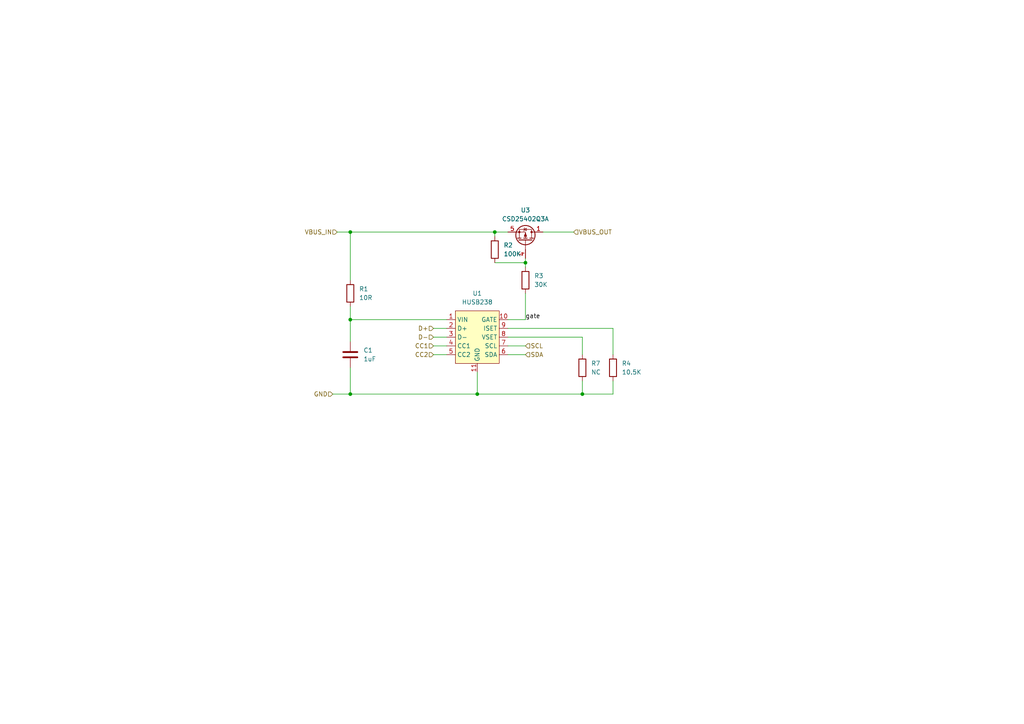
<source format=kicad_sch>
(kicad_sch (version 20231120) (generator "eeschema") (generator_version "8.0")
  (paper "A4")
  (lib_symbols
    (symbol "Device:C" (pin_numbers hide) (pin_names (offset 0.254))
      (property "Reference" "C" (at 0.635 2.54 0))
      (property "Value" "C" (at 0.635 -2.54 0))
      (symbol "C_0_1"
        (polyline (pts (xy -2.032 -0.762) (xy 2.032 -0.762)) (stroke (width 0.508)))
        (polyline (pts (xy -2.032 0.762) (xy 2.032 0.762)) (stroke (width 0.508)))
      )
      (symbol "C_1_1"
        (pin passive line (at 0 3.81 270) (length 2.794) (name "~") (number "1"))
        (pin passive line (at 0 -3.81 90) (length 2.794) (name "~") (number "2"))
      )
    )
    (symbol "Device:R" (pin_numbers hide) (pin_names (offset 0))
      (property "Reference" "R" (at 2.032 0 90))
      (property "Value" "R" (at 0 0 90))
      (symbol "R_0_1"
        (rectangle (start -1.016 -2.54) (end 1.016 2.54) (stroke (width 0.254)))
      )
      (symbol "R_1_1"
        (pin passive line (at 0 3.81 270) (length 1.27) (name "~") (number "1"))
        (pin passive line (at 0 -3.81 90) (length 1.27) (name "~") (number "2"))
      )
    )
    (symbol "Transistor_FET:CSD25402Q3A" (pin_names hide)
      (property "Reference" "U" (at 5.715 1.905 0))
      (property "Value" "CSD25402Q3A" (at 11.811 -0.127 0))
      (symbol "CSD25402Q3A_0_1"
        (polyline (pts (xy 0.254 0) (xy -2.54 0)))
        (polyline (pts (xy 0.254 1.905) (xy 0.254 -1.905)) (stroke (width 0.254)))
        (polyline (pts (xy 0.762 -1.27) (xy 0.762 -2.286)) (stroke (width 0.254)))
        (polyline (pts (xy 0.762 0.508) (xy 0.762 -0.508)) (stroke (width 0.254)))
        (polyline (pts (xy 0.762 2.286) (xy 0.762 1.27)) (stroke (width 0.254)))
        (polyline (pts (xy 2.54 2.54) (xy 2.54 1.778)))
        (polyline (pts (xy 2.54 -2.54) (xy 2.54 0) (xy 0.762 0)))
        (polyline (pts (xy 0.762 1.778) (xy 3.302 1.778) (xy 3.302 -1.778) (xy 0.762 -1.778)))
        (polyline (pts (xy 2.286 0) (xy 1.27 0.381) (xy 1.27 -0.381) (xy 2.286 0)) (fill (type outline)))
        (polyline (pts (xy 2.794 -0.508) (xy 2.921 -0.381) (xy 3.683 -0.381) (xy 3.81 -0.254)))
        (polyline (pts (xy 3.302 -0.381) (xy 2.921 0.254) (xy 3.683 0.254) (xy 3.302 -0.381)))
        (circle (center 1.651 0) (radius 2.794) (stroke (width 0.254)))
        (circle (center 2.54 -1.778) (radius 0.254) (fill (type outline)))
        (circle (center 2.54 1.778) (radius 0.254) (fill (type outline)))
      )
      (symbol "CSD25402Q3A_1_1"
        (pin passive line (at 2.54 5.08 270) (length 2.54) (name "D") (number "1"))
        (pin passive line (at 2.54 5.08 270) (length 2.54) hide (name "D") (number "2"))
        (pin passive line (at 2.54 5.08 270) (length 2.54) hide (name "D") (number "3"))
        (pin input line (at -5.08 0 0) (length 2.54) (name "G") (number "4"))
        (pin passive line (at 2.54 -5.08 90) (length 2.54) (name "S") (number "5"))
      )
    )
    (symbol "my_chips:husb238"
      (property "Reference" "U" (at 0 0 0))
      (property "Value" "HUSB238" (at 0 0 0))
      (symbol "husb238_1_1"
        (rectangle (start -6.35 7.62) (end 6.35 -7.62) (fill (type background)))
        (pin input line (at -8.89 5.08 0) (length 2.54) (name "VIN") (number "1"))
        (pin input line (at 8.89 5.08 180) (length 2.54) (name "GATE") (number "10"))
        (pin input line (at 0 -10.16 90) (length 2.54) (name "GND") (number "11"))
        (pin input line (at -8.89 2.54 0) (length 2.54) (name "D+") (number "2"))
        (pin input line (at -8.89 0 0) (length 2.54) (name "D-") (number "3"))
        (pin input line (at -8.89 -2.54 0) (length 2.54) (name "CC1") (number "4"))
        (pin input line (at -8.89 -5.08 0) (length 2.54) (name "CC2") (number "5"))
        (pin input line (at 8.89 -5.08 180) (length 2.54) (name "SDA") (number "6"))
        (pin input line (at 8.89 -2.54 180) (length 2.54) (name "SCL") (number "7"))
        (pin input line (at 8.89 0 180) (length 2.54) (name "VSET") (number "8"))
        (pin input line (at 8.89 2.54 180) (length 2.54) (name "ISET") (number "9"))
      )
    )
  )
  (junction (at 101.6 67.31))
  (junction (at 152.4 76.2))
  (junction (at 101.6 92.71))
  (junction (at 101.6 114.3))
  (junction (at 143.51 67.31))
  (junction (at 138.43 114.3))
  (junction (at 168.91 114.3))
  (wire (pts (xy 147.32 100.33) (xy 152.4 100.33)))
  (wire (pts (xy 147.32 95.25) (xy 177.8 95.25)))
  (wire (pts (xy 143.51 67.31) (xy 147.32 67.31)))
  (wire (pts (xy 177.8 110.49) (xy 177.8 114.3)))
  (wire (pts (xy 143.51 68.58) (xy 143.51 67.31)))
  (wire (pts (xy 101.6 92.71) (xy 101.6 88.9)))
  (wire (pts (xy 101.6 81.28) (xy 101.6 67.31)))
  (wire (pts (xy 138.43 114.3) (xy 101.6 114.3)))
  (wire (pts (xy 101.6 67.31) (xy 97.79 67.31)))
  (wire (pts (xy 157.48 67.31) (xy 166.37 67.31)))
  (wire (pts (xy 101.6 114.3) (xy 96.52 114.3)))
  (wire (pts (xy 152.4 74.93) (xy 152.4 76.2)))
  (wire (pts (xy 125.73 95.25) (xy 129.54 95.25)))
  (wire (pts (xy 168.91 97.79) (xy 147.32 97.79)))
  (wire (pts (xy 168.91 110.49) (xy 168.91 114.3)))
  (wire (pts (xy 147.32 102.87) (xy 152.4 102.87)))
  (wire (pts (xy 152.4 76.2) (xy 152.4 77.47)))
  (wire (pts (xy 125.73 97.79) (xy 129.54 97.79)))
  (wire (pts (xy 152.4 92.71) (xy 147.32 92.71)))
  (wire (pts (xy 152.4 85.09) (xy 152.4 92.71)))
  (wire (pts (xy 101.6 92.71) (xy 101.6 99.06)))
  (wire (pts (xy 101.6 106.68) (xy 101.6 114.3)))
  (wire (pts (xy 143.51 76.2) (xy 152.4 76.2)))
  (wire (pts (xy 125.73 100.33) (xy 129.54 100.33)))
  (wire (pts (xy 168.91 114.3) (xy 138.43 114.3)))
  (wire (pts (xy 138.43 107.95) (xy 138.43 114.3)))
  (wire (pts (xy 125.73 102.87) (xy 129.54 102.87)))
  (wire (pts (xy 129.54 92.71) (xy 101.6 92.71)))
  (wire (pts (xy 168.91 102.87) (xy 168.91 97.79)))
  (wire (pts (xy 177.8 114.3) (xy 168.91 114.3)))
  (wire (pts (xy 177.8 95.25) (xy 177.8 102.87)))
  (wire (pts (xy 101.6 67.31) (xy 143.51 67.31)))
  (label "gate" (at 152.4 92.71 0))
  (hierarchical_label "D-" (shape input) (at 125.73 97.79 180))
  (hierarchical_label "VBUS_IN" (shape input) (at 97.79 67.31 180))
  (hierarchical_label "VBUS_OUT" (shape input) (at 166.37 67.31 0))
  (hierarchical_label "GND" (shape input) (at 96.52 114.3 180))
  (hierarchical_label "SCL" (shape input) (at 152.4 100.33 0))
  (hierarchical_label "CC2" (shape input) (at 125.73 102.87 180))
  (hierarchical_label "D+" (shape input) (at 125.73 95.25 180))
  (hierarchical_label "SDA" (shape input) (at 152.4 102.87 0))
  (hierarchical_label "CC1" (shape input) (at 125.73 100.33 180))
  (symbol (lib_id "Device:C") (at 101.6 102.87 0) (unit 1)
    (property "Reference" "C1" (at 105.41 101.5999 0) (effects (justify left)))
    (property "Value" "1uF" (at 105.41 104.1399 0) (effects (justify left)))
    (property "Footprint" "Capacitor_SMD:C_0402_1005Metric" (effects (hide yes)))
    (property "Description" "Unpolarized capacitor" (effects (hide yes)))
  )
  (symbol (lib_id "Transistor_FET:CSD25402Q3A") (at 152.4 69.85 270) (mirror x) (unit 1)
    (property "Reference" "U3" (at 152.4 60.96 90))
    (property "Value" "CSD25402Q3A" (at 152.4 63.5 90))
    (property "Footprint" "Package_SON:VSON-8_3.3x3.3mm_P0.65mm_NexFET" (effects (hide yes)))
    (property "Datasheet" "https://www.ti.com/lit/ds/symlink/csd25402q3a.pdf" (effects (hide yes)))
    (property "Description" "-76A Id, -20V Vds, NexFET P-Channel Power MOSFET, 7.7mOhm Ron, Qg (typ) 7.5 nC, VSON-8 3.3x3.3mm" (effects (hide yes)))
  )
  (symbol (lib_id "Device:R") (at 143.51 72.39 0) (unit 1)
    (property "Reference" "R2" (at 146.05 71.1199 0) (effects (justify left)))
    (property "Value" "100K" (at 146.05 73.6599 0) (effects (justify left)))
    (property "Footprint" "Resistor_SMD:R_0603_1608Metric" (effects (hide yes)))
    (property "Description" "Resistor" (effects (hide yes)))
  )
  (symbol (lib_id "my_chips:husb238") (at 138.43 97.79 0) (unit 1)
    (property "Reference" "U1" (at 138.43 85.09 0))
    (property "Value" "HUSB238" (at 138.43 87.63 0))
    (property "Footprint" "Package_DFN_QFN:DFN-10-1EP_3x3mm_P0.5mm_EP1.7x2.5mm" (effects (hide yes)))
    (property "Datasheet" "https://item.szlcsc.com/8528237.html" (effects (hide yes)))
    (property "Description" "HUSB238是一款高度集成的USB PD受电端芯片（PD Sink，也叫PD诱骗芯片）。传输的额定功率可达100W。它兼容PD3.0 V1.3和Type-C V1.4。它还可以支持BC1.2 DCP、CDP和SDP和Apple 5V2.4A充电协议" (effects (hide yes)))
  )
  (symbol (lib_id "Device:R") (at 177.8 106.68 0) (unit 1)
    (property "Reference" "R4" (at 180.34 105.4099 0) (effects (justify left)))
    (property "Value" "10.5K" (at 180.34 107.9499 0) (effects (justify left)))
    (property "Footprint" "Resistor_SMD:R_0402_1005Metric" (effects (hide yes)))
    (property "Description" "Resistor" (effects (hide yes)))
  )
  (symbol (lib_id "Device:R") (at 101.6 85.09 0) (unit 1)
    (property "Reference" "R1" (at 104.14 83.8199 0) (effects (justify left)))
    (property "Value" "10R" (at 104.14 86.3599 0) (effects (justify left)))
    (property "Footprint" "Resistor_SMD:R_0603_1608Metric" (effects (hide yes)))
    (property "Description" "Resistor" (effects (hide yes)))
  )
  (symbol (lib_id "Device:R") (at 168.91 106.68 0) (unit 1)
    (property "Reference" "R7" (at 171.45 105.4099 0) (effects (justify left)))
    (property "Value" "NC" (at 171.45 107.9499 0) (effects (justify left)))
    (property "Footprint" "Resistor_SMD:R_0402_1005Metric" (effects (hide yes)))
    (property "Description" "Resistor" (effects (hide yes)))
  )
  (symbol (lib_id "Device:R") (at 152.4 81.28 0) (unit 1)
    (property "Reference" "R3" (at 154.94 80.0099 0) (effects (justify left)))
    (property "Value" "30K" (at 154.94 82.5499 0) (effects (justify left)))
    (property "Footprint" "Resistor_SMD:R_0603_1608Metric" (effects (hide yes)))
    (property "Description" "Resistor" (effects (hide yes)))
  )
)
</source>
